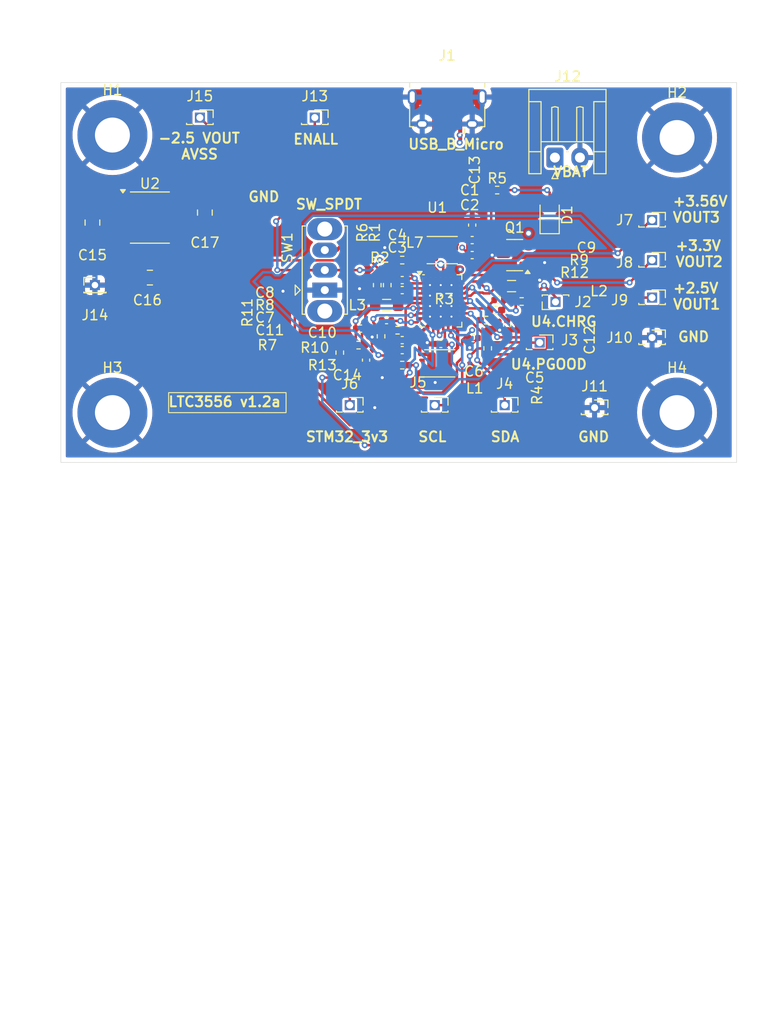
<source format=kicad_pcb>
(kicad_pcb (version 20240108) (generator "pcbnew") (generator_version "8.0")
  (title_block (title "LTC3556_v1.2a"))
  (layers (0 "F.Cu" signal) (1 "In1.Cu" mixed) (2 "In2.Cu" power) (31 "B.Cu" signal) (34 "B.Paste" user) (35 "F.Paste" user) (36 "B.SilkS" user "B.Silkscreen") (37 "F.SilkS" user "F.Silkscreen") (38 "B.Mask" user) (39 "F.Mask" user) (44 "Edge.Cuts" user))
  (net 0 "")
  (net 1 "Net-(J1-VBUS)")
  (net 2 "GND")
  (net 3 "Net-(C3-Pad1)")
  (net 4 "Net-(J6-Pin_1)")
  (net 5 "VOUT0")
  (net 6 "Net-(U1-VC3)")
  (net 7 "Net-(U1-FB3)")
  (net 8 "Net-(U1-FB2)")
  (net 9 "Net-(U1-FB1)")
  (net 10 "Net-(Q1-S)")
  (net 11 "Net-(U1-SWCD3)")
  (net 12 "Net-(U1-SWAB3)")
  (net 13 "Net-(U1-SW2)")
  (net 14 "Net-(U1-SW1)")
  (net 15 "Net-(U1-SW)")
  (net 16 "VBAT")
  (net 17 "Net-(Q1-G)")
  (net 18 "Net-(U1-CLPROG)")
  (net 19 "Net-(U1-ENALL)")
  (net 20 "VCC")
  (net 21 "Net-(J3-Pin_1)")
  (net 22 "Net-(U1-PROG)")
  (net 26 "Net-(J4-Pin_1)")
  (net 27 "Net-(J5-Pin_1)")
  (net 29 "Net-(D1-A)")
  (net 32 "Net-(U2-CAP-)")
  (net 33 "Net-(U2-CAP+)")
  (net 34 "Net-(J15-Pin_1)")
  (net 35 "VOUT3")
  (net 36 "VOUT2")
  (net 37 "VOUT1")
  (net 38 "Net-(U2-V+)")
  (net 39 "Net-(J2-Pin_1)")
  (footprint "Resistor_SMD:R_0402_1005Metric_Pad0.72x0.64mm_HandSolder" (layer "F.Cu") (at 139.63 99 180)
    (property "Reference" "R10")
    (property "Value" "235K")
  )
  (footprint "Inductor_SMD:L_APV_ANR252010" (layer "F.Cu") (at 148 89.5 180)
    (property "Reference" "L7")
    (property "Value" "3.3uH/1.7A")
  )
  (footprint "Connector_PinSocket_1.27mm:PinSocket_1x01_P1.27mm_Vertical" (layer "F.Cu") (at 123.75 76.25)
    (property "Reference" "J15")
    (property "Value" "Conn_01x01_Pin")
  )
  (footprint "Resistor_SMD:R_0402_1005Metric_Pad0.72x0.64mm_HandSolder" (layer "F.Cu") (at 155.95 94.64 180)
    (property "Reference" "R3")
    (property "Value" "10K")
  )
  (footprint "Resistor_SMD:R_0402_1005Metric_Pad0.72x0.64mm_HandSolder" (layer "F.Cu") (at 141.5 93 90)
    (property "Reference" "R6")
    (property "Value" "3.01K")
  )
  (footprint "MountingHole:MountingHole_3.5mm_Pad_TopBottom" (layer "F.Cu") (at 115 105.75)
    (property "Reference" "H3")
    (property "Value" "MountingHole_Pad")
  )
  (footprint "Capacitor_SMD:C_0402_1005Metric" (layer "F.Cu") (at 151 88.5)
    (property "Reference" "C1")
    (property "Value" "10uF")
  )
  (footprint "Resistor_SMD:R_0402_1005Metric_Pad0.72x0.64mm_HandSolder" (layer "F.Cu") (at 137.75 99.75 -90)
    (property "Reference" "R13")
    (property "Value" "111K")
  )
  (footprint "Resistor_SMD:R_0402_1005Metric_Pad0.72x0.64mm_HandSolder" (layer "F.Cu") (at 141.88 98.12 -90)
    (property "Reference" "R11")
    (property "Value" "111K")
  )
  (footprint "Package_TO_SOT_SMD:SOT-23-3" (layer "F.Cu") (at 155.25 90 180)
    (property "Reference" "Q1")
    (property "Value" "SI2333DS-T1-E3")
  )
  (footprint "Inductor_SMD:L_APV_ANR252010" (layer "F.Cu") (at 147.75 100.82 180)
    (property "Reference" "L1")
    (property "Value" "2.2uH/1.6A")
  )
  (footprint "Capacitor_SMD:C_0402_1005Metric" (layer "F.Cu") (at 140.38 100.5 -90)
    (property "Reference" "C14")
    (property "Value" "10uF")
  )
  (footprint "Resistor_SMD:R_0402_1005Metric_Pad0.72x0.64mm_HandSolder" (layer "F.Cu") (at 153.5 83.5)
    (property "Reference" "R5")
    (property "Value" "510")
  )
  (footprint "Capacitor_SMD:C_0402_1005Metric" (layer "F.Cu") (at 151 90)
    (property "Reference" "C2")
    (property "Value" "100nF")
  )
  (footprint "Resistor_SMD:R_0402_1005Metric_Pad0.72x0.64mm_HandSolder" (layer "F.Cu") (at 143.53 97.51 180)
    (property "Reference" "R8")
    (property "Value" "383K")
  )
  (footprint "Capacitor_SMD:C_0402_1005Metric" (layer "F.Cu") (at 144 98.5)
    (property "Reference" "C7")
    (property "Value" "1uF")
  )
  (footprint "Connector_PinSocket_1.27mm:PinSocket_1x01_P1.27mm_Vertical" (layer "F.Cu") (at 163.25 105.25)
    (property "Reference" "J11")
    (property "Value" "Conn_01x01_Pin")
  )
  (footprint "Capacitor_SMD:C_0402_1005Metric" (layer "F.Cu") (at 144 99.5 180)
    (property "Reference" "C11")
    (property "Value" "10uF")
  )
  (footprint "Capacitor_SMD:C_0805_2012Metric_Pad1.18x1.45mm_HandSolder" (layer "F.Cu") (at 113 86.75 -90)
    (property "Reference" "C15")
    (property "Value" "10uF")
  )
  (footprint "Inductor_SMD:L_0805_2012Metric_Pad1.05x1.20mm_HandSolder" (layer "F.Cu") (at 154.94 93.1 180)
    (property "Reference" "L2")
    (property "Value" "4.7uH/500mA")
  )
  (footprint "Connector_PinSocket_1.27mm:PinSocket_1x01_P1.27mm_Vertical" (layer "F.Cu") (at 157.75 98.75)
    (property "Reference" "J3")
    (property "Value" "Conn_01x01_Pin")
  )
  (footprint "Package_DFN_QFN:QFN-28-1EP_4x5mm_P0.5mm_EP2.65x3.65mm_ThermalVias" (layer "F.Cu") (at 147.8525 94.575)
    (property "Reference" "U1")
    (property "Value" "LTC3556EUFD_PBF")
  )
  (footprint "Resistor_SMD:R_0402_1005Metric_Pad0.72x0.64mm_HandSolder" (layer "F.Cu") (at 144 90.5)
    (property "Reference" "R2")
    (property "Value" "ZERO Ohm")
  )
  (footprint "Connector_PinHeader_1.27mm:PinHeader_1x01_P1.27mm_Vertical" (layer "F.Cu") (at 113.25 93)
    (property "Reference" "J14")
    (property "Value" "Conn_01x01_Pin")
  )
  (footprint "Package_SO:SO-8_3.9x4.9mm_P1.27mm" (layer "F.Cu") (at 118.75 86.25)
    (property "Reference" "U2")
    (property "Value" "~")
  )
  (footprint "Connector_PinSocket_1.27mm:PinSocket_1x01_P1.27mm_Vertical" (layer "F.Cu") (at 138.75 105)
    (property "Reference" "J6")
    (property "Value" "Conn_01x01_Pin")
  )
  (footprint "Connector_PinSocket_1.27mm:PinSocket_1x01_P1.27mm_Vertical" (layer "F.Cu") (at 154.25 105)
    (property "Reference" "J4")
    (property "Value" "Conn_01x01_Pin")
  )
  (footprint "MountingHole:MountingHole_3.5mm_Pad_TopBottom" (layer "F.Cu") (at 171.5 78.25)
    (property "Reference" "H2")
    (property "Value" "MountingHole_Pad")
  )
  (footprint "Capacitor_SMD:C_0402_1005Metric" (layer "F.Cu") (at 139.83 97.35 180)
    (property "Reference" "C10")
    (property "Value" "10pF")
  )
  (footprint "Connector_PinSocket_1.27mm:PinSocket_1x01_P1.27mm_Vertical" (layer "F.Cu") (at 169 86.5)
    (property "Reference" "J7")
    (property "Value" "Conn_01x01_Pin")
  )
  (footprint "Button_Switch_THT:SW_Slide_SPDT_Straight_CK_OS102011MS2Q" (layer "F.Cu") (at 136.25 93.5 90)
    (property "Reference" "SW1")
    (property "Value" "SW_SPDT")
  )
  (footprint "MountingHole:MountingHole_3.5mm_Pad_TopBottom" (layer "F.Cu") (at 115 78)
    (property "Reference" "H1")
    (property "Value" "MountingHole_Pad")
  )
  (footprint "Capacitor_SMD:C_0402_1005Metric" (layer "F.Cu") (at 153.68 94.5 180)
    (property "Reference" "C9")
    (property "Value" "10pF")
  )
  (footprint "Capacitor_SMD:C_0402_1005Metric" (layer "F.Cu") (at 147.86 98.88)
    (property "Reference" "C6")
    (property "Value" "1uF")
  )
  (footprint "Connector_PinSocket_1.27mm:PinSocket_1x01_P1.27mm_Vertical" (layer "F.Cu") (at 169 90.5)
    (property "Reference" "J8")
    (property "Value" "Conn_01x01_Pin")
  )
  (footprint "Resistor_SMD:R_0402_1005Metric_Pad0.72x0.64mm_HandSolder" (layer "F.Cu") (at 152.4025 96.5 180)
    (property "Reference" "R12")
    (property "Value" "111K")
  )
  (footprint "Connector_JST:JST_EH_S2B-EH_1x02_P2.50mm_Horizontal" (layer "F.Cu") (at 159.28 80.2525)
    (property "Reference" "J12")
    (property "Value" "Conn_01x02_Pin")
  )
  (footprint "Inductor_SMD:L_0805_2012Metric_Pad1.05x1.20mm_HandSolder" (layer "F.Cu") (at 142.44 94.99)
    (property "Reference" "L3")
    (property "Value" "4.7uH/500mA")
  )
  (footprint "Resistor_SMD:R_0402_1005Metric_Pad0.72x0.64mm_HandSolder" (layer "F.Cu") (at 153.35 95.49 180)
    (property "Reference" "R9")
    (property "Value" "347K")
  )
  (footprint "Connector_PinSocket_1.27mm:PinSocket_1x01_P1.27mm_Vertical" (layer "F.Cu") (at 169 94.25)
    (property "Reference" "J9")
    (property "Value" "Conn_01x01_Pin")
  )
  (footprint "Capacitor_SMD:C_0402_1005Metric" (layer "F.Cu") (at 144 92.5)
    (property "Reference" "C4")
    (property "Value" "100nF")
  )
  (footprint "Capacitor_SMD:C_0402_1005Metric" (layer "F.Cu") (at 154.5 97 -90)
    (property "Reference" "C12")
    (property "Value" "10uF")
  )
  (footprint "Connector_PinSocket_1.27mm:PinSocket_1x01_P1.27mm_Vertical" (layer "F.Cu") (at 147.25 105)
    (property "Reference" "J5")
    (property "Value" "Conn_01x01_Pin")
  )
  (footprint "Resistor_SMD:R_0402_1005Metric_Pad0.72x0.64mm_HandSolder" (layer "F.Cu") (at 152.55 99.32 90)
    (property "Reference" "R4")
    (property "Value" "10K")
  )
  (footprint "Capacitor_SMD:C_0805_2012Metric_Pad1.18x1.45mm_HandSolder" (layer "F.Cu") (at 124.25 85.75 90)
    (property "Reference" "C17")
    (property "Value" "10uF")
  )
  (footprint "Capacitor_SMD:C_0402_1005Metric" (layer "F.Cu") (at 142.43 96.5)
    (property "Reference" "C8")
    (property "Value" "130pF")
  )
  (footprint "Resistor_SMD:R_0402_1005Metric_Pad0.72x0.64mm_HandSolder" (layer "F.Cu") (at 144 101 180)
    (property "Reference" "R7")
    (property "Value" "2K")
  )
  (footprint "Capacitor_SMD:C_0402_1005Metric" (layer "F.Cu") (at 151 87 90)
    (property "Reference" "C13")
    (property "Value" "10uF")
  )
  (footprint "Capacitor_SMD:C_0402_1005Metric" (layer "F.Cu") (at 144 93.5)
    (property "Reference" "C3")
    (property "Value" "100nF")
  )
  (footprint "Resistor_SMD:R_0402_1005Metric_Pad0.72x0.64mm_HandSolder" (layer "F.Cu") (at 142.5 93 90)
    (property "Reference" "R1")
    (property "Value" "8.25 Ohm")
  )
  (footprint "Connector_USB:USB_Micro-B_Amphenol_10118194-0001LF_Horizontal" (layer "F.Cu") (at 148.5 75.5 180)
    (property "Reference" "J1")
    (property "Value" "USB_B_Micro")
  )
  (footprint "Capacitor_SMD:C_0402_1005Metric" (layer "F.Cu") (at 151.1 98.29 180)
    (property "Reference" "C5")
    (property "Value" "1uF")
  )
  (footprint "Connector_PinSocket_1.27mm:PinSocket_1x01_P1.27mm_Vertical" (layer "F.Cu") (at 135.25 76.25)
    (property "Reference" "J13")
    (property "Value" "Conn_01x01_Pin")
  )
  (footprint "Connector_PinSocket_1.27mm:PinSocket_1x01_P1.27mm_Vertical" (layer "F.Cu") (at 169 98.25)
    (property "Reference" "J10")
    (property "Value" "Conn_01x01_Pin")
  )
  (footprint "Capacitor_SMD:C_0805_2012Metric_Pad1.18x1.45mm_HandSolder" (layer "F.Cu") (at 118.75 92.25)
    (property "Reference" "C16")
    (property "Value" "10uF")
  )
  (footprint "MountingHole:MountingHole_3.5mm_Pad_TopBottom" (layer "F.Cu") (at 171.5 105.75)
    (property "Reference" "H4")
    (property "Value" "MountingHole_Pad")
  )
  (footprint "Connector_PinSocket_1.27mm:PinSocket_1x01_P1.27mm_Vertical" (layer "F.Cu") (at 159.335 94.68 180)
    (property "Reference" "J2")
    (property "Value" "Conn_01x01_Pin")
  )
  (footprint "LED_SMD:LED_0805_2012Metric_Pad1.15x1.40mm_HandSolder" (layer "F.Cu") (at 158.75 86 90)
    (property "Reference" "D1")
    (property "Value" "LED")
  )
  (gr_rect (start 120.625 103.75) (end 132.375 105.75) (stroke (width 0.1)) (fill none) (layer "F.SilkS"))
  (gr_rect (start 109.84 72.75) (end 177.46 110.73) (stroke (width 0.05)) (fill none) (layer "Edge.Cuts"))
  (gr_text "ENALL" (at 133 79 0) (layer "F.SilkS") (effects (font (size 1 1) (thickness 0.2) (bold yes)) (justify left bottom)))
  (gr_text "LTC3556 v1.2a" (at 120.5 105.25 0) (layer "F.SilkS") (effects (font (size 1 1) (thickness 0.2) (bold yes)) (justify left bottom)))
  (gr_text "SCL" (at 145.5 108.75 0) (layer "F.SilkS") (effects (font (size 1 1) (thickness 0.2) (bold yes)) (justify left bottom)))
  (gr_text "USB_B_Micro" (at 144.5 79.5 0) (layer "F.SilkS") (effects (font (size 1 1) (thickness 0.2) (bold yes)) (justify left bottom)))
  (gr_text "+3.56V\nVOUT3" (at 170.97 86.81 0) (layer "F.SilkS") (effects (font (size 1 1) (thickness 0.2) (bold yes)) (justify left bottom)))
  (gr_text "+3.3V\nVOUT2" (at 171.25 91.25 0) (layer "F.SilkS") (effects (font (size 1 1) (thickness 0.2) (bold yes)) (justify left bottom)))
  (gr_text "U4.CHRG" (at 156.77 97.23 0) (layer "F.SilkS") (effects (font (size 1 1) (thickness 0.2)) (justify left bottom)))
  (gr_text "+2.5V\nVOUT1" (at 171 95.5 0) (layer "F.SilkS") (effects (font (size 1 1) (thickness 0.2) (bold yes)) (justify left bottom)))
  (gr_text "SW_SPDT" (at 133.25 85.5 0) (layer "F.SilkS") (effects (font (size 1 1) (thickness 0.2) (bold yes)) (justify left bottom)))
  (gr_text "SDA" (at 152.75 108.75 0) (layer "F.SilkS") (effects (font (size 1 1) (thickness 0.2) (bold yes)) (justify left bottom)))
  (gr_text "GND" (at 161.5 108.75 0) (layer "F.SilkS") (effects (font (size 1 1) (thickness 0.2) (bold yes)) (justify left bottom)))
  (gr_text "STM32_3v3" (at 134.25 108.75 0) (layer "F.SilkS") (effects (font (size 1 1) (thickness 0.2) (bold yes)) (justify left bottom)))
  (gr_text "-2.5 VOUT\n   AVSS" (at 119.5 80.5 0) (layer "F.SilkS") (effects (font (size 1 1) (thickness 0.2) (bold yes)) (justify left bottom)))
  (gr_text "U4.PGOOD" (at 154.75 101.5 0) (layer "F.SilkS") (effects (font (size 1 1) (thickness 0.2) (bold yes)) (justify left bottom)))
  (gr_text "GND" (at 171.5 98.75 0) (layer "F.SilkS") (effects (font (size 1 1) (thickness 0.2) (bold yes)) (justify left bottom)))
  (gr_text "VBAT" (at 159 82.25 0) (layer "F.SilkS") (effects (font (size 1 1) (thickness 0.2) (bold yes)) (justify left bottom)))
  (gr_text "GND" (at 128.5 84.75 0) (layer "F.SilkS") (effects (font (size 1 1) (thickness 0.2) (bold yes)) (justify left bottom)))
  (segment (start 150.52 90) (end 150.52 88.5) (width 0.25) (layer "F.Cu") (net 1))
  (segment (start 150.52 90) (end 150.52 89.77) (width 0.25) (layer "F.Cu") (net 1))
  (segment (start 150.52 89.77) (end 150 89.25) (width 0.25) (layer "F.Cu") (net 1))
  (segment (start 148.1025 91.1725) (end 148.1025 92.125) (width 0.25) (layer "F.Cu") (net 1))
  (segment (start 147.85 90.92) (end 148.1025 91.1725) (width 0.25) (layer "F.Cu") (net 1))
  (segment (start 149.8 76.9) (end 149.8 78.45) (width 0.4) (layer "F.Cu") (net 1))
  (via (at 150 89.25) (size 0.6) (drill 0.3) (layers "F.Cu" "B.Cu") (net 1))
  (via (at 149.75 78) (size 0.6) (drill 0.3) (layers "F.Cu" "B.Cu") (net 1))
  (via (at 149.75 78.75) (size 0.6) (drill 0.3) (layers "F.Cu" "B.Cu") (net 1))
  (via (at 147.85 90.92) (size 0.762) (drill 0.477012) (layers "F.Cu" "B.Cu") (net 1))
  (segment (start 146.63 98.88) (end 146.5 98.75) (width 0.25) (layer "F.Cu") (net 2))
  (segment (start 116.9625 93) (end 117.7125 92.25) (width 0.25) (layer "F.Cu") (net 2))
  (segment (start 150.75 99.12) (end 151.58 98.29) (width 0.25) (layer "F.Cu") (net 2))
  (segment (start 153.75 97.5) (end 152.805 97.5) (width 0.25) (layer "F.Cu") (net 2))
  (segment (start 147.38 98.88) (end 146.63 98.88) (width 0.25) (layer "F.Cu") (net 2))
  (segment (start 154.48 97.5) (end 154.5 97.48) (width 0.25) (layer "F.Cu") (net 2))
  (segment (start 113.25 93) (end 116.9625 93) (width 0.25) (layer "F.Cu") (net 2))
  (segment (start 141.5975 92.5) (end 141.5 92.4025) (width 0.25) (layer "F.Cu") (net 2))
  (segment (start 150.75 99.25) (end 150.75 99.12) (width 0.25) (layer "F.Cu") (net 2))
  (segment (start 143.52 92.5) (end 141.5975 92.5) (width 0.25) (layer "F.Cu") (net 2))
  (segment (start 153.75 97.5) (end 154.48 97.5) (width 0.25) (layer "F.Cu") (net 2))
  (segment (start 147.25 98.75) (end 147.38 98.88) (width 0.25) (layer "F.Cu") (net 2))
  (segment (start 152.805 97.5) (end 151.805 96.5) (width 0.25) (layer "F.Cu") (net 2))
  (via (at 141.25 105.25) (size 0.6) (drill 0.3) (layers "F.Cu" "B.Cu") (net 2))
  (via (at 150.75 99.25) (size 0.6) (drill 0.3) (layers "F.Cu" "B.Cu") (net 2))
  (via (at 147.295 102.735) (size 0.6) (drill 0.3) (layers "F.Cu" "B.Cu") (net 2))
  (via (at 158.25 90.75) (size 0.6) (drill 0.3) (layers "F.Cu" "B.Cu") (net 2))
  (via (at 157.75 92.5) (size 0.6) (drill 0.3) (layers "F.Cu" "B.Cu") (net 2))
  (via (at 139.73 93.36) (size 0.6) (drill 0.3) (layers "F.Cu" "B.Cu") (net 2))
  (via (at 146.5 98.75) (size 0.6) (drill 0.3) (layers "F.Cu" "B.Cu") (net 2))
  (via (at 132.07 93.61) (size 0.6) (drill 0.3) (layers "F.Cu" "B.Cu") (net 2))
  (via (at 153.75 97.5) (size 0.6) (drill 0.3) (layers "F.Cu" "B.Cu") (net 2))
  (via (at 140.99 98.19) (size 0.6) (drill 0.3) (layers "F.Cu" "B.Cu") (net 2))
  (via (at 153 90) (size 0.6) (drill 0.3) (layers "F.Cu" "B.Cu") (net 2))
  (via (at 142 102.25) (size 0.6) (drill 0.3) (layers "F.Cu" "B.Cu") (net 2))
  (via (at 142.25 89.25) (size 0.6) (drill 0.3) (layers "F.Cu" "B.Cu") (net 2))
  (segment (start 152.34 92.575) (end 152.415 92.5) (width 0.25) (layer "B.Cu") (net 2))
  (segment (start 142.5975 93.5) (end 142.5 93.5975) (width 0.25) (layer "F.Cu") (net 3))
  (segment (start 143.52 93.5) (end 142.5975 93.5) (width 0.25) (layer "F.Cu") (net 3))
  (segment (start 144.74 91.82) (end 145.25 92.33) (width 0.25) (layer "F.Cu") (net 4))
  (segment (start 145.9025 92.825) (end 144.805 92.825) (width 0.25) (layer "F.Cu") (net 4))
  (segment (start 147.1025 97.9075) (end 147.1025 97.025) (width 0.25) (layer "F.Cu") (net 4))
  (segment (start 139.27 103.48) (end 138.75 104) (width 0.25) (layer "F.Cu") (net 4))
  (segment (start 143.02 103.48) (end 139.27 103.48) (width 0.25) (layer "F.Cu") (net 4))
  (segment (start 127.9875 90.525) (end 140.775 90.525) (width 0.25) (layer "F.Cu") (net 4))
  (segment (start 145.25 92.33) (end 144.65 92.33) (width 0.25) (layer "F.Cu") (net 4))
  (segment (start 140.775 90.525) (end 142.07 91.82) (width 0.25) (layer "F.Cu") (net 4))
  (segment (start 144.75 101.75) (end 143.02 103.48) (width 0.25) (layer "F.Cu") (net 4))
  (segment (start 147.035 97.975) (end 147.1025 97.9075) (width 0.25) (layer "F.Cu") (net 4))
  (segment (start 144.805 92.825) (end 144.48 92.5) (width 0.25) (layer "F.Cu") (net 4))
  (segment (start 144.65 92.33) (end 144.48 92.5) (width 0.25) (layer "F.Cu") (net 4))
  (segment (start 124.25 86.7875) (end 127.9875 90.525) (width 0.25) (layer "F.Cu") (net 4))
  (segment (start 124.1525 86.885) (end 124.25 86.7875) (width 0.25) (layer "F.Cu") (net 4))
  (segment (start 138.75 104) (end 138.75 105) (width 0.25) (layer "F.Cu") (net 4))
  (segment (start 121.325 86.885) (end 124.1525 86.885) (width 0.25) (layer "F.Cu") (net 4))
  (segment (start 142.07 91.82) (end 144.74 91.82) (width 0.25) (layer "F.Cu") (net 4))
  (via (at 147.035 97.975) (size 0.6) (drill 0.3) (layers "F.Cu" "B.Cu") (net 4))
  (via (at 144.75 101.75) (size 0.6) (drill 0.3) (layers "F.Cu" "B.Cu") (net 4))
  (via (at 145.25 92.33) (size 0.6) (drill 0.3) (layers "F.Cu" "B.Cu") (net 4))
  (segment (start 145.5 94.977537) (end 145.625 95.102537) (width 0.25) (layer "B.Cu") (net 4))
  (segment (start 145.625 95.537463) (end 145.5 95.662463) (width 0.25) (layer "B.Cu") (net 4))
  (segment (start 147.035 101.042537) (end 145.26 99.267537) (width 0.25) (layer "B.Cu") (net 4))
  (segment (start 145.625 95.102537) (end 145.625 95.537463) (width 0.25) (layer "B.Cu") (net 4))
  (segment (start 147.035 97.975) (end 147.035 101.042537) (width 0.25) (layer "B.Cu") (net 4))
  (segment (start 144.75 100.892537) (end 144.75 101.75) (width 0.25) (layer "B.Cu") (net 4))
  (segment (start 145.5 95.662463) (end 145.5 96.44) (width 0.25) (layer "B.Cu") (net 4))
  (segment (start 145.26 100.382537) (end 144.75 100.892537) (width 0.25) (layer "B.Cu") (net 4))
  (segment (start 145.26 99.267537) (end 145.26 100.382537) (width 0.25) (layer "B.Cu") (net 4))
  (segment (start 145.25 92.33) (end 145.5 92.58) (width 0.25) (layer "B.Cu") (net 4))
  (segment (start 145.5 92.58) (end 145.5 94.977537) (width 0.25) (layer "B.Cu") (net 4))
  (segment (start 145.5 96.44) (end 147.035 97.975) (width 0.25) (layer "B.Cu") (net 4))
  (segment (start 144.75 103.75) (end 141.5 107) (width 0.25) (layer "F.Cu") (net 5))
  (segment (start 151 97.5) (end 150 98.5) (width 0.25) (layer "F.Cu") (net 5))
  (segment (start 150 98.5) (end 150 100.257537) (width 0.25) (layer "F.Cu") (net 5))
  (segment (start 134.525 91.5) (end 136.25 91.5) (width 0.25) (layer "F.Cu") (net 5))
  (segment (start 150 100.257537) (end 149.475 100.782537) (width 0.25) (layer "F.Cu") (net 5))
  (segment (start 133.25 101.5) (end 133.25 92.775) (width 0.25) (layer "F.Cu") (net 5))
  (segment (start 135.25 82.75) (end 131.375 86.625) (width 0.25) (layer "F.Cu") (net 5))
  (segment (start 135.25 76.25) (end 135.25 82.75) (width 0.25) (layer "F.Cu") (net 5))
  (segment (start 147.6025 97.025) (end 147.6025 97.884094) (width 0.25) (layer "F.Cu") (net 5))
  (segment (start 136.25 91.5) (end 139.75 91.5) (width 0.25) (layer "F.Cu") (net 5))
  (segment (start 147.6025 97.884094) (end 147.733834 98.015428) (width 0.25) (layer "F.Cu") (net 5))
  (segment (start 138.75 107) (end 141.5 107) (width 0.25) (layer "F.Cu") (net 5))
  (segment (start 131.5 91.5) (end 136.25 91.5) (width 0.25) (layer "F.Cu") (net 5))
  (segment (start 148 103.75) (end 144.75 103.75) (width 0.25) (layer "F.Cu") (net 5))
  (segment (start 149.475 100.782537) (end 149.475 102.275) (width 0.25) (layer "F.Cu") (net 5))
  (segment (start 138.75 107) (end 133.25 101.5) (width 0.25) (layer "F.Cu") (net 5))
  (segment (start 141.75 90.5) (end 143.4025 90.5) (width 0.25) (layer "F.Cu") (net 5))
  (segment (start 133.25 92.775) (end 134.525 91.5) (width 0.25) (layer "F.Cu") (net 5))
  (segment (start 151 97.5) (end 150.62 97.88) (width 0.25) (layer "F.Cu") (net 5))
  (segment (start 149.475 102.275) (end 148 103.75) (width 0.25) (layer "F.Cu") (net 5))
  (segment (start 150.62 97.88) (end 150.62 98.29) (width 0.25) (layer "F.Cu") (net 5))
  (via (at 139.75 91.5) (size 0.6) (drill 0.3) (layers "F.Cu" "B.Cu") (net 5))
  (via (at 131.375 86.625) (size 0.6) (drill 0.3) (layers "F.Cu" "B.Cu") (net 5))
  (via (at 151 97.5) (size 0.6) (drill 0.3) (layers "F.Cu" "B.Cu") (net 5))
  (via (at 147.733834 98.015428) (size 0.6) (drill 0.3) (layers "F.Cu" "B.Cu") (net 5))
  (via (at 131.5 91.5) (size 0.6) (drill 0.3) (layers "F.Cu" "B.Cu") (net 5))
  (via (at 141.75 90.5) (size 0.6) (drill 0.3) (layers "F.Cu" "B.Cu") (net 5))
  (segment (start 140.75 91.5) (end 141.75 90.5) (width 0.25) (layer "B.Cu") (net 5))
  (segment (start 150.5 98) (end 149.587463 98) (width 0.25) (layer "B.Cu") (net 5))
  (segment (start 131.375 86.625) (end 131.5 86.75) (width 0.25) (layer "B.Cu") (net 5))
  (segment (start 151 97.5) (end 150.5 98) (width 0.25) (layer "B.Cu") (net 5))
  (segment (start 148.239262 97.51) (end 147.733834 98.015428) (width 0.25) (layer "B.Cu") (net 5))
  (segment (start 131.5 86.75) (end 131.5 91.5) (width 0.25) (layer "B.Cu") (net 5))
  (segment (start 149.587463 98) (end 149.097463 97.51) (width 0.25) (layer "B.Cu") (net 5))
  (segment (start 149.097463 97.51) (end 148.239262 97.51) (width 0.25) (layer "B.Cu") (net 5))
  (segment (start 139.75 91.5) (end 140.75 91.5) (width 0.25) (layer "B.Cu") (net 5))
  (segment (start 142.99 96.58) (end 142.99 96.5) (width 0.25) (layer "F.Cu") (net 6))
  (segment (start 145.507873 96.719627) (end 144.892939 96.719627) (width 0.25) (layer "F.Cu") (net 6))
  (segment (start 143.815 96.58) (end 142.99 96.58) (width 0.25) (layer "F.Cu") (net 6))
  (segment (start 145.9025 96.325) (end 145.507873 96.719627) (width 0.25) (layer "F.Cu") (net 6))
  (via (at 143.815 96.58) (size 0.6) (drill 0.3) (layers "F.Cu" "B.Cu") (net 6))
  (via (at 144.892939 96.719627) (size 0.6) (drill 0.3) (layers "F.Cu" "B.Cu") (net 6))
  (segment (start 143.954627 96.719627) (end 143.815 96.58) (width 0.25) (layer "B.Cu") (net 6))
  (segment (start 144.892939 96.719627) (end 143.954627 96.719627) (width 0.25) (layer "B.Cu") (net 6))
  (segment (start 141.95 96.5) (end 141.95 97.4525) (width 0.25) (layer "F.Cu") (net 7))
  (segment (start 141.11 96.38) (end 141.11 96.7525) (width 0.25) (layer "F.Cu") (net 7))
  (segment (start 145.9025 95.825) (end 145.477501 95.825) (width 0.25) (layer "F.Cu") (net 7))
  (segment (start 142.92 97.5225) (end 142.9325 97.51) (width 0.25) (layer "F.Cu") (net 7))
  (segment (start 141.88 97.5225) (end 142.92 97.5225) (width 0.25) (layer "F.Cu") (net 7))
  (segment (start 141.11 96.7525) (end 141.88 97.5225) (width 0.25) (layer "F.Cu") (net 7))
  (segment (start 145.477501 95.825) (end 145.282501 96.02) (width 0.25) (layer "F.Cu") (net 7))
  (segment (start 145.282501 96.02) (end 144.87 96.02) (width 0.25) (layer "F.Cu") (net 7))
  (segment (start 141.95 97.4525) (end 141.88 97.5225) (width 0.25) (layer "F.Cu") (net 7))
  (via (at 144.87 96.02) (size 0.6) (drill 0.3) (layers "F.Cu" "B.Cu") (net 7))
  (via (at 141.11 96.38) (size 0.6) (drill 0.3) (layers "F.Cu" "B.Cu") (net 7))
  (segment (start 141.47 96.02) (end 144.87 96.02) (width 0.25) (layer "B.Cu") (net 7))
  (segment (start 141.11 96.38) (end 141.47 96.02) (width 0.25) (layer "B.Cu") (net 7))
  (segment (start 152.5875 95.325) (end 149.8025 95.325) (width 0.25) (layer "F.Cu") (net 8))
  (segment (start 152.65 95.05) (end 152.65 95.49) (width 0.25) (layer "F.Cu") (net 8))
  (segment (start 152.65 96.15) (end 152.65 95.3875) (width 0.25) (layer "F.Cu") (net 8))
  (segment (start 153 96.5) (end 152.65 96.15) (width 0.25) (layer "F.Cu") (net 8))
  (segment (start 153.2 94.5) (end 152.65 95.05) (width 0.25) (layer "F.Cu") (net 8))
  (segment (start 152.65 95.3875) (end 152.5875 95.325) (width 0.25) (layer "F.Cu") (net 8))
  (segment (start 139.35 98.6825) (end 139.0325 99) (width 0.25) (layer "F.Cu") (net 9))
  (segment (start 145.9025 95.325) (end 145.105 95.325) (width 0.25) (layer "F.Cu") (net 9))
  (segment (start 145.105 95.325) (end 145.1 95.32) (width 0.25) (layer "F.Cu") (net 9))
  (segment (start 137.9025 99) (end 137.75 99.1525) (width 0.25) (layer "F.Cu") (net 9))
  (segment (start 139.35 97.35) (end 139.35 98.6825) (width 0.25) (layer "F.Cu") (net 9))
  (segment (start 139.0325 99) (end 137.9025 99) (width 0.25) (layer "F.Cu") (net 9))
  (segment (start 139.34 96.6) (end 139.34 97.34) (width 0.25) (layer "F.Cu") (net 9))
  (segment (start 139.34 97.34) (end 139.35 97.35) (width 0.25) (layer "F.Cu") (net 9))
  (via (at 145.1 95.32) (size 0.6) (drill 0.3) (layers "F.Cu" "B.Cu") (net 9))
  (via (at 139.34 96.6) (size 0.6) (drill 0.3) (layers "F.Cu" "B.Cu") (net 9))
  (segment (start 145.1 95.32) (end 140.62 95.32) (width 0.25) (layer "B.Cu") (net 9))
  (segment (start 140.62 95.32) (end 139.34 96.6) (width 0.25) (layer "B.Cu") (net 9))
  (segment (start 149.5 88.936827) (end 149.425 89.011827) (width 0.35) (layer "F.Cu") (net 10))
  (segment (start 148.6025 90.2225) (end 148.825 90) (width 0.25) (layer "F.Cu") (net 10))
  (segment (start 139.525 87.424999) (end 139.949999 87) (width 0.35) (layer "F.Cu") (net 10))
  (segment (start 152.9025 83.5) (end 152.9025 87.45101) (width 0.25) (layer "F.Cu") (net 10))
  (segment (start 149.5 87) (end 149.5 88.936827) (width 0.35) (layer "F.Cu") (net 10))
  (segment (start 137.5 89.5) (end 137.5 89.449999) (width 0.35) (layer "F.Cu") (net 10))
  (segment (start 139.474999 87.475) (end 139.525 87.475) (width 0.35) (layer "F.Cu") (net 10))
  (segment (start 137.5 89.449999) (end 139.474999 87.475) (width 0.35) (layer "F.Cu") (net 10))
  (segment (start 149.425 89.4) (end 148.825 90) (width 0.35) (layer "F.Cu") (net 10))
  (segment (start 149.425 89.011827) (end 149.425 89.4) (width 0.35) (layer "F.Cu") (net 10))
  (segment (start 148.6025 92.125) (end 148.6025 90.2225) (width 0.35) (layer "F.Cu") (net 10))
  (segment (start 150.02 87.48) (end 148.825 88.675) (width 0.25) (layer "F.Cu") (net 10))
  (segment (start 154.1125 88.66101) (end 152.93149 87.48) (width 0.25) (layer "F.Cu") (net 10))
  (segment (start 151 87.48) (end 150.02 87.48) (width 0.25) (layer "F.Cu") (net 10))
  (segment (start 152.93149 87.48) (end 151 87.48) (width 0.25) (layer "F.Cu") (net 10))
  (segment (start 137.5 89.5) (end 136.25 89.5) (width 0.25) (layer "F.Cu") (net 10))
  (segment (start 152.9025 87.45101) (end 152.93149 87.48) (width 0.25) (layer "F.Cu") (net 10))
  (segment (start 139.525 87.475) (end 139.525 87.424999) (width 0.35) (layer "F.Cu") (net 10))
  (segment (start 139.949999 87) (end 149.5 87) (width 0.35) (layer "F.Cu") (net 10))
  (segment (start 148.825 88.675) (end 148.825 90) (width 0.25) (layer "F.Cu") (net 10))
  (segment (start 154.1125 90) (end 154.1125 88.66101) (width 0.25) (layer "F.Cu") (net 10))
  (segment (start 149.1025 99.7225) (end 149.1025 99.6775) (width 0.35) (layer "F.Cu") (net 11))
  (segment (start 149.54 97.4625) (end 149.1025 97.025) (width 0.35) (layer "F.Cu") (net 11))
  (segment (start 149.1025 99.6775) (end 149.54 99.24) (width 0.35) (layer "F.Cu") (net 11))
  (segment (start 148.575 100.25) (end 149.1025 99.7225) (width 0.35) (layer "F.Cu") (net 11))
  (segment (start 149.54 99.24) (end 149.54 97.4625) (width 0.35) (layer "F.Cu") (net 11))
  (segment (start 145.75 97.8775) (end 146.6025 97.025) (width 0.35) (layer "F.Cu") (net 12))
  (segment (start 146.6025 99.9275) (end 145.765673 99.9275) (width 0.35) (layer "F.Cu") (net 12))
  (segment (start 145.75 99.911827) (end 145.75 97.8775) (width 0.35) (layer "F.Cu") (net 12))
  (segment (start 146.925 100.25) (end 146.6025 99.9275) (width 0.25) (layer "F.Cu") (net 12))
  (segment (start 145.765673 99.9275) (end 145.75 99.911827) (width 0.35) (layer "F.Cu") (net 12))
  (segment (start 152.124999 93.825) (end 152.735 93.825) (width 0.25) (layer "F.Cu") (net 13))
  (segment (start 151.167537 93.75) (end 152.049999 93.75) (width 0.25) (layer "F.Cu") (net 13))
  (segment (start 150.572537 94.065) (end 150.852537 94.065) (width 0.25) (layer "F.Cu") (net 13))
  (segment (start 149.8025 94.325) (end 150.312537 94.325) (width 0.25) (layer "F.Cu") (net 13))
  (segment (start 152.735 93.825) (end 153.54 93.02) (width 0.25) (layer "F.Cu") (net 13))
  (segment (start 150.312537 94.325) (end 150.572537 94.065) (width 0.25) (layer "F.Cu") (net 13))
  (segment (start 150.852537 94.065) (end 151.167537 93.75) (width 0.25) (layer "F.Cu") (net 13))
  (segment (start 152.049999 93.75) (end 152.124999 93.825) (width 0.25) (layer "F.Cu") (net 13))
  (segment (start 145.9025 94.325) (end 144.255 94.325) (width 0.35) (layer "F.Cu") (net 14))
  (segment (start 144.255 94.325) (end 143.59 94.99) (width 0.35) (layer "F.Cu") (net 14))
  (segment (start 147.175 90) (end 147.175 91.175) (width 0.25) (layer "F.Cu") (net 15))
  (segment (start 147.6025 91.6025) (end 147.6025 92.125) (width 0.25) (layer "F.Cu") (net 15))
  (segment (start 147.175 91.175) (end 147.6025 91.6025) (width 0.25) (layer "F.Cu") (net 15))
  (segment (start 156.64 88.7975) (end 156.3875 89.05) (width 0.25) (layer "F.Cu") (net 16))
  (segment (start 149.352 91.9775) (end 149.352 91.5) (width 0.787451) (layer "F.Cu") (net 16))
  (segment (start 149.1025 92.125) (end 149.25 91.9775) (width 0.078745) (layer "F.Cu") (net 16))
  (segment (start 149.325 91.425) (end 149.8025 91.425) (width 0.787451) (layer "F.Cu") (net 16))
  (segment (start 156.64 87.82) (end 156.64 88.7975) (width 1.4986) (layer "F.Cu") (net 16))
  (via (at 149.8025 91.425) (size 0.6) (drill 0.3) (layers "F.Cu" "B.Cu") (net 16))
  (via (at 156.64 87.82) (size 0.762) (drill 0.477012) (layers "F.Cu" "B.Cu") (net 16))
  (segment (start 150.6275 92) (end 149.8025 92.825) (width 0.25) (layer "F.Cu") (net 17))
  (segment (start 155.3375 92) (end 150.6275 92) (width 0.25) (layer "F.Cu") (net 17))
  (segment (start 156.3875 90.95) (end 155.3375 92) (width 0.25) (layer "F.Cu") (net 17))
  (segment (start 144.48 93.5) (end 143.945 94.035) (width 0.25) (layer "F.Cu") (net 18))
  (segment (start 144.655 93.325) (end 144.48 93.5) (width 0.25) (layer "F.Cu") (net 18))
  (segment (start 143.945 94.035) (end 143.224932 94.035) (width 0.25) (layer "F.Cu") (net 18))
  (segment (start 143.079932 94.18) (end 142.0825 94.18) (width 0.25) (layer "F.Cu") (net 18))
  (segment (start 145.9025 93.325) (end 144.655 93.325) (width 0.25) (layer "F.Cu") (net 18))
  (segment (start 142.0825 94.18) (end 141.5 93.5975) (width 0.25) (layer "F.Cu") (net 18))
  (segment (start 143.224932 94.035) (end 143.079932 94.18) (width 0.25) (layer "F.Cu") (net 18))
  (segment (start 144.9775 90.5) (end 144.5975 90.5) (width 0.25) (layer "F.Cu") (net 19))
  (segment (start 146.6025 92.125) (end 144.9775 90.5) (width 0.25) (layer "F.Cu") (net 19))
  (segment (start 152.55 99.9175) (end 158.527475 99.9175) (width 0.25) (layer "F.Cu") (net 20))
  (segment (start 158.527475 99.9175) (end 158.825 99.619975) (width 0.25) (layer "F.Cu") (net 20))
  (segment (start 158.825 99.619975) (end 158.825 96.9175) (width 0.25) (layer "F.Cu") (net 20))
  (segment (start 158.825 96.9175) (end 156.5475 94.64) (width 0.25) (layer "F.Cu") (net 20))
  (segment (start 150.482537 96.325) (end 150.532537 96.375) (width 0.25) (layer "F.Cu") (net 21))
  (segment (start 152.55 98.7225) (end 156.7225 98.7225) (width 0.25) (layer "F.Cu") (net 21))
  (segment (start 150.532537 96.375) (end 150.617463 96.375) (width 0.25) (layer "F.Cu") (net 21))
  (segment (start 156.7225 98.7225) (end 156.75 98.75) (width 0.25) (layer "F.Cu") (net 21))
  (segment (start 149.8025 96.325) (end 150.482537 96.325) (width 0.25) (layer "F.Cu") (net 21))
  (segment (start 152.55 98.307537) (end 152.55 98.7225) (width 0.25) (layer "F.Cu") (net 21))
  (segment (start 157.75 98.75) (end 156.75 98.75) (width 0.25) (layer "F.Cu") (net 21))
  (segment (start 150.617463 96.375) (end 152.55 98.307537) (width 0.25) (layer "F.Cu") (net 21))
  (segment (start 149.8025 93.825) (end 150.232525 93.825) (width 0.25) (layer "F.Cu") (net 22))
  (segment (start 150.807525 93.25) (end 151 93.25) (width 0.25) (layer "F.Cu") (net 22))
  (segment (start 145.385 101) (end 144.5975 101) (width 0.25) (layer "F.Cu") (net 22))
  (segment (start 150.232525 93.825) (end 150.807525 93.25) (width 0.25) (layer "F.Cu") (net 22))
  (via (at 145.385 101) (size 0.6) (drill 0.3) (layers "F.Cu" "B.Cu") (net 22))
  (via (at 151 93.25) (size 0.6) (drill 0.3) (layers "F.Cu" "B.Cu") (net 22))
  (segment (start 151.59005 102.40995) (end 149.70005 102.40995) (width 0.25) (layer "B.Cu") (net 22))
  (segment (start 145.385 103.135) (end 145.385 101) (width 0.25) (layer "B.Cu") (net 22))
  (segment (start 151 93.25) (end 155.4 97.65) (width 0.25) (layer "B.Cu") (net 22))
  (segment (start 146.14 103.89) (end 145.385 103.135) (width 0.25) (layer "B.Cu") (net 22))
  (segment (start 148.22 103.89) (end 146.14 103.89) (width 0.25) (layer "B.Cu") (net 22))
  (segment (start 155.4 98.6) (end 151.59005 102.40995) (width 0.25) (layer "B.Cu") (net 22))
  (segment (start 155.4 97.65) (end 155.4 98.6) (width 0.25) (layer "B.Cu") (net 22))
  (segment (start 149.70005 102.40995) (end 148.22 103.89) (width 0.25) (layer "B.Cu") (net 22))
  (segment (start 153.25 102.25) (end 153.25 103.25) (width 0.25) (layer "F.Cu") (net 26))
  (segment (start 151.5 100.5) (end 153.25 102.25) (width 0.25) (layer "F.Cu") (net 26))
  (segment (start 150.819031 95.825) (end 149.8025 95.825) (width 0.25) (layer "F.Cu") (net 26))
  (segment (start 154.25 105) (end 154.25 104.25) (width 0.25) (layer "F.Cu") (net 26))
  (segment (start 154.25 104.25) (end 153.25 103.25) (width 0.25) (layer "F.Cu") (net 26))
  (segment (start 150.844031 95.85) (end 150.819031 95.825) (width 0.25) (layer "F.Cu") (net 26))
  (via (at 150.844031 95.85) (size 0.6) (drill 0.3) (layers "F.Cu" "B.Cu") (net 26))
  (via (at 151.5 100.5) (size 0.6) (drill 0.3) (layers "F.Cu" "B.Cu") (net 26))
  (segment (start 150.844031 95.85) (end 151.525 96.530969) (width 0.25) (layer "B.Cu") (net 26))
  (segment (start 151.525 100.475) (end 151.5 100.5) (width 0.25) (layer "B.Cu") (net 26))
  (segment (start 151.525 96.530969) (end 151.525 100.475) (width 0.25) (layer "B.Cu") (net 26))
  (segment (start 148.6025 97.449999) (end 148.88 97.727499) (width 0.25) (layer "F.Cu") (net 27))
  (segment (start 147.25 105) (end 148.25 105) (width 0.25) (layer "F.Cu") (net 27))
  (segment (start 150 101) (end 150 103.25) (width 0.25) (layer "F.Cu") (net 27))
  (segment (start 148.25 105) (end 150 103.25) (width 0.25) (layer "F.Cu") (net 27))
  (segment (start 148.6025 97.025) (end 148.6025 97.449999) (width 0.25) (layer "F.Cu") (net 27))
  (segment (start 148.88 97.727499) (end 148.88 98.035) (width 0.25) (layer "F.Cu") (net 27))
  (via (at 148.88 98.035) (size 0.6) (drill 0.3) (layers "F.Cu" "B.Cu") (net 27))
  (via (at 150 101) (size 0.6) (drill 0.3) (layers "F.Cu" "B.Cu") (net 27))
  (segment (start 150 99.155) (end 148.88 98.035) (width 0.25) (layer "B.Cu") (net 27))
  (segment (start 150 101) (end 150 99.155) (width 0.25) (layer "B.Cu") (net 27))
  (segment (start 158.75 84.975) (end 158.75 83.75) (width 0.25) (layer "F.Cu") (net 29))
  (segment (start 155.25 83.5) (end 154.0975 83.5) (width 0.25) (layer "F.Cu") (net 29))
  (segment (start 158.75 83.75) (end 158.5 83.5) (width 0.25) (layer "F.Cu") (net 29))
  (via (at 158.5 83.5) (size 0.6) (drill 0.3) (layers "F.Cu" "B.Cu") (net 29))
  (via (at 155.25 83.5) (size 0.6) (drill 0.3) (layers "F.Cu" "B.Cu") (net 29))
  (segment (start 158.5 83.5) (end 155.25 83.5) (width 0.25) (layer "B.Cu") (net 29))
  (segment (start 115.8075 87.7875) (end 116.175 88.155) (width 0.25) (layer "F.Cu") (net 32))
  (segment (start 113 87.7875) (end 115.8075 87.7875) (width 0.25) (layer "F.Cu") (net 32))
  (segment (start 113 85.7125) (end 116.0775 85.7125) (width 0.25) (layer "F.Cu") (net 33))
  (segment (start 116.0775 85.7125) (end 116.175 85.615) (width 0.25) (layer "F.Cu") (net 33))
  (segment (start 124.478678 85.975) (end 123.571322 85.975) (width 0.25) (layer "F.Cu") (net 34))
  (segment (start 120 88) (end 120.155 88.155) (width 0.25) (layer "F.Cu") (net 34))
  (segment (start 123.75 76.25) (end 125.2 77.7) (width 0.25) (layer "F.Cu") (net 34))
  (segment (start 123.571322 85.975) (end 123.3 86.246322) (width 0.25) (layer "F.Cu") (net 34))
  (segment (start 123.3 86.246322) (end 120.554192 86.246322) (width 0.25) (layer "F.Cu") (net 34))
  (segment (start 125.2 77.7) (end 125.2 85.253678) (width 0.25) (layer "F.Cu") (net 34))
  (segment (start 120 86.800514) (end 120 88) (width 0.25) (layer "F.Cu") (net 34))
  (segment (start 119.7875 89.6925) (end 121.325 88.155) (width 0.25) (layer "F.Cu") (net 34))
  (segment (start 120.155 88.155) (end 121.325 88.155) (width 0.25) (layer "F.Cu") (net 34))
  (segment (start 125.2 85.253678) (end 124.478678 85.975) (width 0.25) (layer "F.Cu") (net 34))
  (segment (start 120.554192 86.246322) (end 120 86.800514) (width 0.25) (layer "F.Cu") (net 34))
  (segment (start 119.7875 92.25) (end 119.7875 89.6925) (width 0.25) (layer "F.Cu") (net 34))
  (segment (start 144.34 95.337537) (end 144.34 97.2975) (width 0.25) (layer "F.Cu") (net 35))
  (segment (start 151.515 99.335) (end 150.76 100.09) (width 0.25) (layer "F.Cu") (net 35))
  (segment (start 148.4 98.94) (end 148.34 98.88) (width 0.25) (layer "F.Cu") (net 35))
  (segment (start 148.34 98.88) (end 148.26 98.8) (width 0.25) (layer "F.Cu") (net 35))
  (segment (start 157.025 99.475) (end 156.885 99.335) (width 0.25) (layer "F.Cu") (net 35))
  (segment (start 145.8725 94.795) (end 144.882537 94.795) (width 0.25) (layer "F.Cu") (net 35))
  (segment (start 156.885 99.335) (end 151.515 99.335) (width 0.25) (layer "F.Cu") (net 35))
  (segment (start 144.48 97.8625) (end 144.1275 97.51) (width 0.25) (layer "F.Cu") (net 35))
  (segment (start 148.1025 97.449999) (end 148.1025 97.025) (width 0.25) (layer "F.Cu") (net 35))
  (segment (start 148.26 98.8) (end 148.26 97.607499) (width 0.25) (layer "F.Cu") (net 35))
  (segment (start 156.83 98.22) (end 157.025 98.025) (width 0.25) (layer "F.Cu") (net 35))
  (segment (start 144.882537 94.795) (end 144.34 95.337537) (width 0.25) (layer "F.Cu") (net 35))
  (segment (start 158.475 99.475) (end 157.025 99.475) (width 0.25) (layer "F.Cu") (net 35))
  (segment (start 153.5 98.1975) (end 153.5225 98.22) (width 0.25) (layer "F.Cu") (net 35))
  (segment (start 148.26 97.607499) (end 148.1025 97.449999) (width 0.25) (layer "F.Cu") (net 35))
  (segment (start 165.57 89.82) (end 168.89 86.5) (width 0.25) (layer "F.Cu") (net 35))
  (segment (start 150.555 94.825) (end 150.79 94.59) (width 0.25) (layer "F.Cu") (net 35))
  (segment (start 148.34 98.78) (end 148.258834 98.698834) (width 0.25) (layer "F.Cu") (net 35))
  (segment (start 148.965 98.94) (end 148.4 98.94) (width 0.25) (layer "F.Cu") (net 35))
  (segment (start 144.48 99.5) (end 143.94 100.04) (width 0.25) (layer "F.Cu") (net 35))
  (segment (start 144.48 98.5) (end 144.48 97.8625) (width 0.25) (layer "F.Cu") (net 35))
  (segment (start 157.025 98.025) (end 158.475 98.025) (width 0.25) (layer "F.Cu") (net 35))
  (segment (start 141.67 100.04) (end 141.62 99.99) (width 0.25) (layer "F.Cu") (net 35))
  (segment (start 153.5225 98.22) (end 156.83 98.22) (width 0.25) (layer "F.Cu") (net 35))
  (segment (start 145.9025 94.825) (end 145.8725 94.795) (width 0.25) (layer "F.Cu") (net 35))
  (segment (start 143.94 100.04) (end 141.67 100.04) (width 0.25) (layer "F.Cu") (net 35))
  (segment (start 144.48 99.5) (end 144.48 98.5) (width 0.25) (layer "F.Cu") (net 35))
  (segment (start 158.475 98.025) (end 158.475 99.475) (width 0.25) (layer "F.Cu") (net 35))
  (segment (start 149.8025 94.825) (end 150.555 94.825) (width 0.25) (layer "F.Cu") (net 35))
  (segment (start 168.89 86.5) (end 169 86.5) (width 0.25) (layer "F.Cu") (net 35))
  (via (at 150.79 94.59) (size 0.6) (drill 0.3) (layers "F.Cu" "B.Cu") (net 35))
  (via (at 165.57 89.82) (size 0.6) (drill 0.3) (layers "F.Cu" "B.Cu") (net 35))
  (via (at 141.62 99.99) (size 0.6) (drill 0.3) (layers "F.Cu" "B.Cu") (net 35))
  (via (at 148.965 98.94) (size 0.6) (drill 0.3) (layers "F.Cu" "B.Cu") (net 35))
  (via (at 153.5 98.1975) (size 0.6) (drill 0.3) (layers "F.Cu" "B.Cu") (net 35))
  (via (at 150.76 100.09) (size 0.6) (drill 0.3) (layers "F.Cu" "B.Cu") (net 35))
  (segment (start 131.717463 92.025) (end 134.275 89.467463) (width 0.25) (layer "B.Cu") (net 35))
  (segment (start 129.13 92.65) (end 130.062537 91.717463) (width 0.25) (layer "B.Cu") (net 35))
  (segment (start 131.282537 92.025) (end 131.717463 92.025) (width 0.25) (layer "B.Cu") (net 35))
  (segment (start 139.17 97.54) (end 134.02 97.54) (width 0.25) (layer "B.Cu") (net 35))
  (segment (start 150.79 94.59) (end 150.475 94.275) (width 0.25) (layer "B.Cu") (net 35))
  (segment (start 152.975 90.532537) (end 155.59 90.532537) (width 0.25) (layer "B.Cu") (net 35))
  (segment (start 141.62 99.99) (end 139.17 97.54) (width 0.25) (layer "B.Cu") (net 35))
  (segment (start 150.217463 101.525) (end 149.782537 101.525) (width 0.25) (layer "B.Cu") (net 35))
  (segment (start 134.275 86.851167) (end 135.051167 86.075) (width 0.25) (layer "B.Cu") (net 35))
  (segment (start 150.76 100.982463) (end 150.217463 101.525) (width 0.25) (layer "B.Cu") (net 35))
  (segment (start 151.875 96.485) (end 153.52 98.13) (width 0.25) (layer "B.Cu") (net 35))
  (segment (start 134.02 97.54) (end 129.13 92.65) (width 0.25) (layer "B.Cu") (net 35))
  (segment (start 130.062537 91.717463) (end 130.975 91.717463) (width 0.25) (layer "B.Cu") (net 35))
  (segment (start 149.782537 101.525) (end 148.965 100.707463) (width 0.25) (layer "B.Cu") (net 35))
  (segment (start 153.52 98.1775) (end 153.5 98.1975) (width 0.25) (layer "B.Cu") (net 35))
  (segment (start 150.79 94.59) (end 151.875 95.675) (width 0.25) (layer "B.Cu") (net 35))
  (segment (start 156.302537 89.82) (end 165.57 89.82) (width 0.25) (layer "B.Cu") (net 35))
  (segment (start 135.051167 86.075) (end 161.825 86.075) (width 0.25) (layer "B.Cu") (net 35))
  (segment (start 148.965 100.707463) (end 148.965 98.94) (width 0.25) (layer "B.Cu") (net 35))
  (segment (start 150.475 93.032537) (end 152.975 90.532537) (width 0.25) (layer "B.Cu") (net 35))
  (segment (start 150.475 94.275) (end 150.475 93.032537) (width 0.25) (layer "B.Cu") (net 35))
  (segment (start 151.875 95.675) (end 151.875 96.485) (width 0.25) (layer "B.Cu") (net 35))
  (segment (start 150.76 100.09) (end 150.76 100.982463) (width 0.25) (layer "B.Cu") (net 35))
  (segment (start 153.52 98.13) (end 153.52 98.1775) (width 0.25) (layer "B.Cu") (net 35))
  (segment (start 134.275 89.467463) (end 134.275 86.851167) (width 0.25) (layer "B.Cu") (net 35))
  (segment (start 155.59 90.532537) (end 156.302537 89.82) (width 0.25) (layer "B.Cu") (net 35))
  (segment (start 161.825 86.075) (end 165.57 89.82) (width 0.25) (layer "B.Cu") (net 35))
  (segment (start 130.975 91.717463) (end 131.282537 92.025) (width 0.25) (layer "B.Cu") (net 35))
  (segment (start 158.725 91.975) (end 157.215 91.975) (width 0.25) (layer "F.Cu") (net 36))
  (segment (start 169 90.5) (end 166.75 92.75) (width 0.25) (layer "F.Cu") (net 36))
  (segment (start 153.9475 95.49) (end 153.9475 95.9675) (width 0.25) (layer "F.Cu") (net 36))
  (segment (start 153.9475 95.9675) (end 154.5 96.52) (width 0.25) (layer "F.Cu") (net 36))
  (segment (start 154.16 95.2775) (end 153.9475 95.49) (width 0.25) (layer "F.Cu") (net 36))
  (segment (start 155.56 93.1) (end 156.09 93.1) (width 0.25) (layer "F.Cu") (net 36))
  (segment (start 154.16 94.5) (end 154.16 95.2775) (width 0.25) (layer "F.Cu") (net 36))
  (segment (start 154.16 94.5) (end 155.56 93.1) (width 0.25) (layer "F.Cu") (net 36))
  (segment (start 157.215 91.975) (end 156.09 93.1) (width 0.25) (layer "F.Cu") (net 36))
  (segment (start 159.5 92.75) (end 158.725 91.975) (width 0.25) (layer "F.Cu") (net 36))
  (via (at 166.75 92.75) (size 0.6) (drill 0.3) (layers "F.Cu" "B.Cu") (net 36))
  (via (at 159.5 92.75) (size 0.6) (drill 0.3) (layers "F.Cu" "B.Cu") (net 36))
  (segment (start 166.75 92.75) (end 159.5 92.75) (width 0.25) (layer "B.Cu") (net 36))
  (segment (start 156.25 109) (end 140.25 109) (width 0.25) (layer "F.Cu") (net 37))
  (segment (start 166 99.25) (end 156.25 109) (width 0.25) (layer "F.Cu") (net 37))
  (segment (start 140.31 97.35) (end 139.97 97.69) (width 0.25) (layer "F.Cu") (net 37))
  (segment (start 141.29 94.99) (end 140.31 95.97) (width 0.25) (layer "F.Cu") (net 37))
  (segment (start 140.36 98.8675) (end 140.2275 99) (width 0.25) (layer "F.Cu") (net 37))
  (segment (start 140.2275 99) (end 140.2275 99.8675) (width 0.25) (layer "F.Cu") (net 37))
  (segment (start 138.15 102.25) (end 140.38 100.02) (width 0.25) (layer "F.Cu") (net 37))
  (segment (start 166 95.75) (end 166 99.25) (width 0.25) (layer "F.Cu") (net 37))
  (segment (start 139.97 98.7425) (end 140.2275 99) (width 0.25) (layer "F.Cu") (net 37))
  (segment (start 140.18 98.6875) (end 140.36 98.8675) (width 0.35) (layer "F.Cu") (net 37))
  (segment (start 167.5 94.25) (end 166 95.75) (width 0.25) (layer "F.Cu") (net 37))
  (segment (start 169 94.25) (end 167.5 94.25) (width 0.25) (layer "F.Cu") (net 37))
  (segment (start 140.36 97.5) (end 140.18 97.68) (width 0.35) (layer "F.Cu") (net 37))
  (segment (start 139.97 97.69) (end 139.97 98.7425) (width 0.25) (layer "F.Cu") (net 37))
  (segment (start 140.31 95.97) (end 140.31 97.35) (width 0.25) (layer "F.Cu") (net 37))
  (segment (start 136 102.25) (end 138.15 102.25) (width 0.25) (layer "F.Cu") (net 37))
  (via (at 136 102.25) (size 0.6) (drill 0.3) (layers "F.Cu" "B.Cu") (net 37))
  (via (at 140.25 109) (size 0.6) (drill 0.3) (layers "F.Cu" "B.Cu") (net 37))
  (segment (start 140.25 109) (end 136 104.75) (width 0.25) (layer "B.Cu") (net 37))
  (segment (start 136 104.75) (end 136 102.25) (width 0.25) (layer "B.Cu") (net 37))
  (segment (start 121.325 84.345) (end 123.8825 84.345) (width 0.25) (layer "F.Cu") (net 38))
  (segment (start 123.8825 84.345) (end 124.25 84.7125) (width 0.25) (layer "F.Cu") (net 38))
  (segment (start 156.186094 94.095) (end 155.37 94.911094) (width 0.25) (layer "F.Cu") (net 39))
  (segment (start 155.492474 94.85) (end 155.3525 94.85) (width 0.25) (layer "F.Cu") (net 39))
  (segment (start 150.867537 92.64) (end 151.66 92.64) (width 0.25) (layer "F.Cu") (net 39))
  (segment (start 155.37 94.911094) (end 155.37 95.55) (width 0.25) (layer "F.Cu") (net 39))
  (segment (start 157.13993 94.095) (end 156.186094 94.095) (width 0.25) (layer "F.Cu") (net 39))
  (segment (start 151.66 92.64) (end 152.32 93.3) (width 0.25) (layer "F.Cu") (net 39))
  (segment (start 155.3525 94.64) (end 155.3525 95.5325) (width 0.25) (layer "F.Cu") (net 39))
  (segment (start 159.335 94.68) (end 159.335 94.1846) (width 0.25) (layer "F.Cu") (net 39))
  (segment (start 159.335 94.1846) (end 158.192665 93.042265) (width 0.25) (layer "F.Cu") (net 39))
  (segment (start 149.8025 93.325) (end 150.182537 93.325) (width 0.25) (layer "F.Cu") (net 39))
  (segment (start 158.192665 93.042265) (end 157.13993 94.095) (width 0.25) (layer "F.Cu") (net 39))
  (segment (start 150.182537 93.325) (end 150.867537 92.64) (width 0.25) (layer "F.Cu") (net 39))
  (segment (start 155.3525 95.5325) (end 155.37 95.55) (width 0.25) (layer "F.Cu") (net 39))
  (segment (start 152.32 93.3) (end 152.44 93.3) (width 0.25) (layer "F.Cu") (net 39))
  (via (at 158.192665 93.042265) (size 0.6) (drill 0.3) (layers "F.Cu" "B.Cu") (net 39))
  (via (at 155.37 95.55) (size 0.6) (drill 0.3) (layers "F.Cu" "B.Cu") (net 39))
  (via (at 152.44 93.3) (size 0.6) (drill 0.3) (layers "F.Cu" "B.Cu") (net 39))
  (segment (start 152.44 93.3) (end 154.69 95.55) (width 0.25) (layer "B.Cu") (net 39))
  (segment (start 154.69 95.55) (end 155.37 95.55) (width 0.25) (layer "B.Cu") (net 39))
  (zone (net 2) (net_name "GND") (layers "F.Cu" "In1.Cu" "In2.Cu" "B.Cu") (priority 2) (connect_pads yes (clearance 0.25)) (min_thickness 0.25) (fill yes (thermal_gap 0.5) (thermal_bridge_width 0.5))
    (polygon (pts (xy 146 92.25) (xy 149.75 92.25) (xy 149.75 97) (xy 146 97)))
  )
  (zone (net 2) (net_name "GND") (layers "F.Cu" "In1.Cu" "B.Cu") (connect_pads (clearance 0.25)) (min_thickness 0.25) (fill yes (thermal_gap 0.5) (thermal_bridge_width 0.5))
    (polygon (pts (xy 179 113.5) (xy 179 68.5) (xy 107 68.25) (xy 106.75 113.75)))
  )
)
</source>
